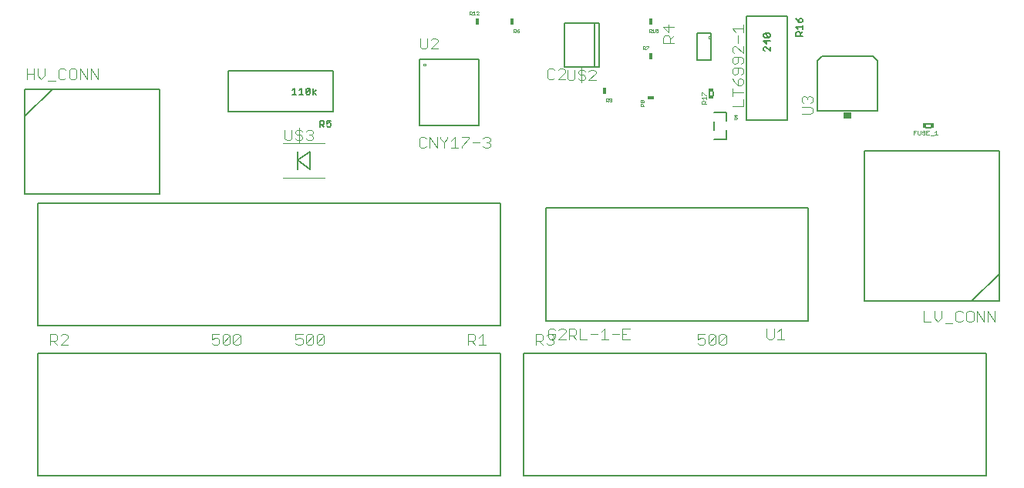
<source format=gto>
G75*
%MOIN*%
%OFA0B0*%
%FSLAX24Y24*%
%IPPOS*%
%LPD*%
%AMOC8*
5,1,8,0,0,1.08239X$1,22.5*
%
%ADD10C,0.0050*%
%ADD11C,0.0040*%
%ADD12C,0.0080*%
%ADD13R,0.0340X0.0300*%
%ADD14C,0.0010*%
%ADD15C,0.0060*%
%ADD16C,0.0020*%
%ADD17R,0.0236X0.0118*%
%ADD18R,0.0118X0.0236*%
%ADD19R,0.0180X0.0300*%
%ADD20R,0.0300X0.0180*%
D10*
X000800Y002945D02*
X020800Y002945D01*
X020800Y008255D01*
X000800Y008255D01*
X000800Y002945D01*
X000800Y009445D02*
X020800Y009445D01*
X020800Y014755D01*
X000800Y014755D01*
X000800Y009445D01*
X000241Y015155D02*
X006068Y015155D01*
X006068Y019683D01*
X001422Y019683D01*
X000241Y018502D01*
X000241Y015155D01*
X000241Y018502D02*
X000241Y019683D01*
X001422Y019683D01*
X011796Y019635D02*
X011886Y019725D01*
X011886Y019455D01*
X011796Y019455D02*
X011976Y019455D01*
X012090Y019455D02*
X012270Y019455D01*
X012180Y019455D02*
X012180Y019725D01*
X012090Y019635D01*
X012385Y019680D02*
X012385Y019500D01*
X012565Y019680D01*
X012565Y019500D01*
X012520Y019455D01*
X012430Y019455D01*
X012385Y019500D01*
X012385Y019680D02*
X012430Y019725D01*
X012520Y019725D01*
X012565Y019680D01*
X012679Y019725D02*
X012679Y019455D01*
X012679Y019545D02*
X012815Y019635D01*
X012679Y019545D02*
X012815Y019455D01*
X012986Y018325D02*
X013121Y018325D01*
X013166Y018280D01*
X013166Y018190D01*
X013121Y018145D01*
X012986Y018145D01*
X013076Y018145D02*
X013166Y018055D01*
X013280Y018100D02*
X013325Y018055D01*
X013415Y018055D01*
X013461Y018100D01*
X013461Y018190D01*
X013415Y018235D01*
X013370Y018235D01*
X013280Y018190D01*
X013280Y018325D01*
X013461Y018325D01*
X012986Y018325D02*
X012986Y018055D01*
X017300Y018100D02*
X017300Y020974D01*
X019859Y020974D01*
X019859Y018100D01*
X017300Y018100D01*
X022772Y014561D02*
X022772Y009639D01*
X034111Y009639D01*
X034111Y014561D01*
X022772Y014561D01*
X030024Y017509D02*
X030576Y017509D01*
X030576Y017900D01*
X030576Y018300D02*
X030576Y018690D01*
X030024Y018691D01*
X030024Y018280D02*
X030024Y017920D01*
X029891Y020958D02*
X029300Y020958D01*
X029300Y022100D01*
X029891Y022100D01*
X029891Y020958D01*
X032175Y021386D02*
X032220Y021341D01*
X032175Y021386D02*
X032175Y021476D01*
X032220Y021521D01*
X032265Y021521D01*
X032445Y021341D01*
X032445Y021521D01*
X032310Y021636D02*
X032310Y021816D01*
X032445Y021771D02*
X032175Y021771D01*
X032310Y021636D01*
X032400Y021930D02*
X032220Y021930D01*
X032175Y021975D01*
X032175Y022065D01*
X032220Y022111D01*
X032400Y021930D01*
X032445Y021975D01*
X032445Y022065D01*
X032400Y022111D01*
X032220Y022111D01*
X033575Y022126D02*
X033575Y021991D01*
X033845Y021991D01*
X033755Y021991D02*
X033755Y022126D01*
X033710Y022171D01*
X033620Y022171D01*
X033575Y022126D01*
X033665Y022286D02*
X033575Y022376D01*
X033845Y022376D01*
X033845Y022286D02*
X033845Y022466D01*
X033800Y022580D02*
X033845Y022625D01*
X033845Y022715D01*
X033800Y022761D01*
X033755Y022761D01*
X033710Y022715D01*
X033710Y022580D01*
X033800Y022580D01*
X033710Y022580D02*
X033620Y022670D01*
X033575Y022761D01*
X033845Y022171D02*
X033755Y022081D01*
X036532Y017013D02*
X036532Y010517D01*
X041178Y010517D01*
X042359Y011698D01*
X042359Y017013D01*
X036532Y017013D01*
X042359Y011698D02*
X042359Y010517D01*
X041178Y010517D01*
X041800Y008255D02*
X021800Y008255D01*
X021800Y002945D01*
X041800Y002945D01*
X041800Y008255D01*
D11*
X041860Y009620D02*
X041860Y010080D01*
X042167Y009620D01*
X042167Y010080D01*
X041706Y010080D02*
X041706Y009620D01*
X041399Y010080D01*
X041399Y009620D01*
X041246Y009697D02*
X041246Y010004D01*
X041169Y010080D01*
X041016Y010080D01*
X040939Y010004D01*
X040939Y009697D01*
X041016Y009620D01*
X041169Y009620D01*
X041246Y009697D01*
X040785Y009697D02*
X040709Y009620D01*
X040555Y009620D01*
X040478Y009697D01*
X040478Y010004D01*
X040555Y010080D01*
X040709Y010080D01*
X040785Y010004D01*
X040325Y009543D02*
X040018Y009543D01*
X039865Y009773D02*
X039711Y009620D01*
X039558Y009773D01*
X039558Y010080D01*
X039865Y010080D02*
X039865Y009773D01*
X039404Y009620D02*
X039097Y009620D01*
X039097Y010080D01*
X033072Y008864D02*
X032765Y008864D01*
X032919Y008864D02*
X032919Y009324D01*
X032765Y009171D01*
X032612Y009324D02*
X032612Y008941D01*
X032535Y008864D01*
X032381Y008864D01*
X032305Y008941D01*
X032305Y009324D01*
X030548Y009004D02*
X030548Y008697D01*
X030471Y008620D01*
X030318Y008620D01*
X030241Y008697D01*
X030548Y009004D01*
X030471Y009080D01*
X030318Y009080D01*
X030241Y009004D01*
X030241Y008697D01*
X030087Y008697D02*
X030011Y008620D01*
X029857Y008620D01*
X029780Y008697D01*
X030087Y009004D01*
X030087Y008697D01*
X029780Y008697D02*
X029780Y009004D01*
X029857Y009080D01*
X030011Y009080D01*
X030087Y009004D01*
X029627Y009080D02*
X029320Y009080D01*
X029320Y008850D01*
X029473Y008927D01*
X029550Y008927D01*
X029627Y008850D01*
X029627Y008697D01*
X029550Y008620D01*
X029397Y008620D01*
X029320Y008697D01*
X026379Y008864D02*
X026072Y008864D01*
X026072Y009324D01*
X026379Y009324D01*
X026226Y009094D02*
X026072Y009094D01*
X025919Y009094D02*
X025612Y009094D01*
X025458Y008864D02*
X025151Y008864D01*
X025305Y008864D02*
X025305Y009324D01*
X025151Y009171D01*
X024998Y009094D02*
X024691Y009094D01*
X024538Y008864D02*
X024231Y008864D01*
X024231Y009324D01*
X024077Y009248D02*
X024077Y009094D01*
X024000Y009018D01*
X023770Y009018D01*
X023924Y009018D02*
X024077Y008864D01*
X023770Y008864D02*
X023770Y009324D01*
X024000Y009324D01*
X024077Y009248D01*
X023617Y009248D02*
X023540Y009324D01*
X023387Y009324D01*
X023310Y009248D01*
X023156Y009248D02*
X023080Y009324D01*
X022926Y009324D01*
X022849Y009248D01*
X022849Y008941D01*
X022926Y008864D01*
X023080Y008864D01*
X023156Y008941D01*
X023156Y009094D01*
X023003Y009094D01*
X023011Y009080D02*
X022857Y009080D01*
X022780Y009004D01*
X022627Y009004D02*
X022627Y008850D01*
X022550Y008773D01*
X022320Y008773D01*
X022320Y008620D02*
X022320Y009080D01*
X022550Y009080D01*
X022627Y009004D01*
X022473Y008773D02*
X022627Y008620D01*
X022780Y008697D02*
X022857Y008620D01*
X023011Y008620D01*
X023087Y008697D01*
X023087Y008773D01*
X023011Y008850D01*
X022934Y008850D01*
X023011Y008850D02*
X023087Y008927D01*
X023087Y009004D01*
X023011Y009080D01*
X023310Y008864D02*
X023617Y009171D01*
X023617Y009248D01*
X023617Y008864D02*
X023310Y008864D01*
X020167Y008620D02*
X019860Y008620D01*
X020013Y008620D02*
X020013Y009080D01*
X019860Y008927D01*
X019706Y009004D02*
X019706Y008850D01*
X019629Y008773D01*
X019399Y008773D01*
X019399Y008620D02*
X019399Y009080D01*
X019629Y009080D01*
X019706Y009004D01*
X019553Y008773D02*
X019706Y008620D01*
X013167Y008697D02*
X013090Y008620D01*
X012936Y008620D01*
X012860Y008697D01*
X013167Y009004D01*
X013167Y008697D01*
X013167Y009004D02*
X013090Y009080D01*
X012936Y009080D01*
X012860Y009004D01*
X012860Y008697D01*
X012706Y008697D02*
X012629Y008620D01*
X012476Y008620D01*
X012399Y008697D01*
X012706Y009004D01*
X012706Y008697D01*
X012706Y009004D02*
X012629Y009080D01*
X012476Y009080D01*
X012399Y009004D01*
X012399Y008697D01*
X012246Y008697D02*
X012169Y008620D01*
X012016Y008620D01*
X011939Y008697D01*
X011939Y008850D02*
X012092Y008927D01*
X012169Y008927D01*
X012246Y008850D01*
X012246Y008697D01*
X011939Y008850D02*
X011939Y009080D01*
X012246Y009080D01*
X009548Y009004D02*
X009548Y008697D01*
X009471Y008620D01*
X009318Y008620D01*
X009241Y008697D01*
X009548Y009004D01*
X009471Y009080D01*
X009318Y009080D01*
X009241Y009004D01*
X009241Y008697D01*
X009087Y008697D02*
X009011Y008620D01*
X008857Y008620D01*
X008780Y008697D01*
X009087Y009004D01*
X009087Y008697D01*
X008780Y008697D02*
X008780Y009004D01*
X008857Y009080D01*
X009011Y009080D01*
X009087Y009004D01*
X008627Y009080D02*
X008320Y009080D01*
X008320Y008850D01*
X008473Y008927D01*
X008550Y008927D01*
X008627Y008850D01*
X008627Y008697D01*
X008550Y008620D01*
X008397Y008620D01*
X008320Y008697D01*
X002087Y008620D02*
X001780Y008620D01*
X002087Y008927D01*
X002087Y009004D01*
X002011Y009080D01*
X001857Y009080D01*
X001780Y009004D01*
X001627Y009004D02*
X001627Y008850D01*
X001550Y008773D01*
X001320Y008773D01*
X001320Y008620D02*
X001320Y009080D01*
X001550Y009080D01*
X001627Y009004D01*
X001473Y008773D02*
X001627Y008620D01*
X011410Y015850D02*
X013190Y015850D01*
X013190Y017350D02*
X011410Y017350D01*
X011547Y017470D02*
X011470Y017547D01*
X011470Y017930D01*
X011777Y017930D02*
X011777Y017547D01*
X011700Y017470D01*
X011547Y017470D01*
X011930Y017547D02*
X012007Y017470D01*
X012161Y017470D01*
X012237Y017547D01*
X012237Y017623D01*
X012161Y017700D01*
X012007Y017700D01*
X011930Y017777D01*
X011930Y017854D01*
X012007Y017930D01*
X012161Y017930D01*
X012237Y017854D01*
X012391Y017854D02*
X012468Y017930D01*
X012621Y017930D01*
X012698Y017854D01*
X012698Y017777D01*
X012621Y017700D01*
X012698Y017623D01*
X012698Y017547D01*
X012621Y017470D01*
X012468Y017470D01*
X012391Y017547D01*
X012544Y017700D02*
X012621Y017700D01*
X012084Y018007D02*
X012084Y017393D01*
X017281Y017535D02*
X017281Y017228D01*
X017357Y017151D01*
X017511Y017151D01*
X017588Y017228D01*
X017741Y017151D02*
X017741Y017612D01*
X018048Y017151D01*
X018048Y017612D01*
X018201Y017612D02*
X018201Y017535D01*
X018355Y017382D01*
X018355Y017151D01*
X018355Y017382D02*
X018508Y017535D01*
X018508Y017612D01*
X018662Y017458D02*
X018815Y017612D01*
X018815Y017151D01*
X018662Y017151D02*
X018969Y017151D01*
X019122Y017151D02*
X019122Y017228D01*
X019429Y017535D01*
X019429Y017612D01*
X019122Y017612D01*
X019583Y017382D02*
X019890Y017382D01*
X020043Y017535D02*
X020120Y017612D01*
X020273Y017612D01*
X020350Y017535D01*
X020350Y017458D01*
X020273Y017382D01*
X020350Y017305D01*
X020350Y017228D01*
X020273Y017151D01*
X020120Y017151D01*
X020043Y017228D01*
X020196Y017382D02*
X020273Y017382D01*
X017588Y017535D02*
X017511Y017612D01*
X017357Y017612D01*
X017281Y017535D01*
X017477Y020718D02*
X017554Y020718D01*
X017554Y020795D01*
X017477Y020795D01*
X017477Y020718D01*
X017550Y021439D02*
X017397Y021439D01*
X017320Y021516D01*
X017320Y021899D01*
X017627Y021899D02*
X017627Y021516D01*
X017550Y021439D01*
X017780Y021439D02*
X018087Y021746D01*
X018087Y021823D01*
X018011Y021899D01*
X017857Y021899D01*
X017780Y021823D01*
X017780Y021439D02*
X018087Y021439D01*
X022820Y020504D02*
X022820Y020197D01*
X022897Y020120D01*
X023050Y020120D01*
X023127Y020197D01*
X023280Y020120D02*
X023587Y020427D01*
X023587Y020504D01*
X023511Y020580D01*
X023357Y020580D01*
X023280Y020504D01*
X023127Y020504D02*
X023050Y020580D01*
X022897Y020580D01*
X022820Y020504D01*
X023280Y020120D02*
X023587Y020120D01*
X023689Y020147D02*
X023766Y020070D01*
X023919Y020070D01*
X023996Y020147D01*
X023996Y020530D01*
X024149Y020454D02*
X024226Y020530D01*
X024379Y020530D01*
X024456Y020454D01*
X024610Y020454D02*
X024686Y020530D01*
X024840Y020530D01*
X024917Y020454D01*
X024917Y020377D01*
X024610Y020070D01*
X024917Y020070D01*
X024456Y020147D02*
X024456Y020223D01*
X024379Y020300D01*
X024226Y020300D01*
X024149Y020377D01*
X024149Y020454D01*
X024303Y020607D02*
X024303Y019993D01*
X024379Y020070D02*
X024456Y020147D01*
X024379Y020070D02*
X024226Y020070D01*
X024149Y020147D01*
X023689Y020147D02*
X023689Y020530D01*
X027820Y021699D02*
X027820Y021929D01*
X027896Y022006D01*
X028050Y022006D01*
X028127Y021929D01*
X028127Y021699D01*
X028280Y021699D02*
X027820Y021699D01*
X028127Y021853D02*
X028280Y022006D01*
X028050Y022160D02*
X028050Y022467D01*
X028280Y022390D02*
X027820Y022390D01*
X028050Y022160D01*
X029782Y021967D02*
X029859Y021967D01*
X029859Y021890D01*
X029782Y021890D01*
X029782Y021967D01*
X030820Y022313D02*
X030973Y022160D01*
X031050Y022006D02*
X031050Y021699D01*
X030973Y021546D02*
X030896Y021546D01*
X030820Y021469D01*
X030820Y021316D01*
X030896Y021239D01*
X030896Y021085D02*
X030820Y021009D01*
X030820Y020855D01*
X030896Y020778D01*
X030973Y020778D01*
X031050Y020855D01*
X031050Y021085D01*
X031203Y021085D02*
X030896Y021085D01*
X031203Y021085D02*
X031280Y021009D01*
X031280Y020855D01*
X031203Y020778D01*
X031203Y020625D02*
X030896Y020625D01*
X030820Y020548D01*
X030820Y020395D01*
X030896Y020318D01*
X030973Y020318D01*
X031050Y020395D01*
X031050Y020625D01*
X031203Y020625D02*
X031280Y020548D01*
X031280Y020395D01*
X031203Y020318D01*
X031203Y020165D02*
X031127Y020165D01*
X031050Y020088D01*
X031050Y019858D01*
X031203Y019858D01*
X031280Y019934D01*
X031280Y020088D01*
X031203Y020165D01*
X030896Y020011D02*
X031050Y019858D01*
X030896Y020011D02*
X030820Y020165D01*
X030820Y019704D02*
X030820Y019397D01*
X030820Y019551D02*
X031280Y019551D01*
X031280Y019244D02*
X031280Y018937D01*
X030820Y018937D01*
X033820Y018927D02*
X034203Y018927D01*
X034280Y018850D01*
X034280Y018697D01*
X034203Y018620D01*
X033820Y018620D01*
X033896Y019080D02*
X033820Y019157D01*
X033820Y019311D01*
X033896Y019387D01*
X033973Y019387D01*
X034050Y019311D01*
X034127Y019387D01*
X034203Y019387D01*
X034280Y019311D01*
X034280Y019157D01*
X034203Y019080D01*
X034050Y019234D02*
X034050Y019311D01*
X031280Y021239D02*
X030973Y021546D01*
X031280Y021546D02*
X031280Y021239D01*
X031280Y022160D02*
X031280Y022467D01*
X031280Y022313D02*
X030820Y022313D01*
X003389Y020580D02*
X003389Y020120D01*
X003082Y020580D01*
X003082Y020120D01*
X002929Y020120D02*
X002929Y020580D01*
X002622Y020580D02*
X002929Y020120D01*
X002622Y020120D02*
X002622Y020580D01*
X002468Y020504D02*
X002392Y020580D01*
X002238Y020580D01*
X002162Y020504D01*
X002162Y020197D01*
X002238Y020120D01*
X002392Y020120D01*
X002468Y020197D01*
X002468Y020504D01*
X002008Y020504D02*
X001931Y020580D01*
X001778Y020580D01*
X001701Y020504D01*
X001701Y020197D01*
X001778Y020120D01*
X001931Y020120D01*
X002008Y020197D01*
X001548Y020043D02*
X001241Y020043D01*
X001087Y020273D02*
X001087Y020580D01*
X000780Y020580D02*
X000780Y020273D01*
X000934Y020120D01*
X001087Y020273D01*
X000627Y020350D02*
X000320Y020350D01*
X000320Y020120D02*
X000320Y020580D01*
X000627Y020580D02*
X000627Y020120D01*
D12*
X009036Y020486D02*
X009036Y018714D01*
X013564Y018714D01*
X013564Y020486D01*
X009036Y020486D01*
X012013Y016994D02*
X012013Y016206D01*
X012013Y016600D02*
X012553Y016206D01*
X012553Y016994D01*
X012013Y016600D01*
X023552Y020655D02*
X023552Y022545D01*
X024851Y022545D01*
X024851Y020655D01*
X023552Y020655D01*
X024851Y020655D02*
X025048Y020655D01*
X025048Y022545D01*
X024851Y022545D01*
X031414Y022864D02*
X031414Y018336D01*
X033186Y018336D01*
X033186Y022864D01*
X031414Y022864D01*
X034511Y020909D02*
X034707Y021106D01*
X036893Y021106D01*
X037089Y020909D01*
X037089Y018754D01*
X034511Y018754D01*
X034511Y020909D01*
D13*
X035800Y018560D03*
D14*
X031015Y018550D02*
X030905Y018550D01*
X030960Y018495D01*
X030960Y018568D01*
X030997Y018457D02*
X030905Y018457D01*
X030905Y018384D02*
X030997Y018384D01*
X031015Y018402D01*
X031015Y018439D01*
X030997Y018457D01*
X026995Y018955D02*
X026845Y018955D01*
X026845Y019030D01*
X026870Y019055D01*
X026920Y019055D01*
X026945Y019030D01*
X026945Y018955D01*
X026945Y019005D02*
X026995Y019055D01*
X026970Y019102D02*
X026995Y019127D01*
X026995Y019177D01*
X026970Y019202D01*
X026870Y019202D01*
X026845Y019177D01*
X026845Y019127D01*
X026870Y019102D01*
X026895Y019102D01*
X026920Y019127D01*
X026920Y019202D01*
X025608Y019195D02*
X025608Y019170D01*
X025583Y019145D01*
X025533Y019145D01*
X025508Y019170D01*
X025508Y019195D01*
X025533Y019220D01*
X025583Y019220D01*
X025608Y019195D01*
X025583Y019220D02*
X025608Y019245D01*
X025608Y019270D01*
X025583Y019295D01*
X025533Y019295D01*
X025508Y019270D01*
X025508Y019245D01*
X025533Y019220D01*
X025460Y019220D02*
X025435Y019195D01*
X025360Y019195D01*
X025360Y019145D02*
X025360Y019295D01*
X025435Y019295D01*
X025460Y019270D01*
X025460Y019220D01*
X025410Y019195D02*
X025460Y019145D01*
X026955Y021405D02*
X026955Y021555D01*
X027030Y021555D01*
X027055Y021530D01*
X027055Y021480D01*
X027030Y021455D01*
X026955Y021455D01*
X027005Y021455D02*
X027055Y021405D01*
X027102Y021405D02*
X027102Y021430D01*
X027202Y021530D01*
X027202Y021555D01*
X027102Y021555D01*
X027213Y022145D02*
X027213Y022295D01*
X027288Y022295D01*
X027313Y022270D01*
X027313Y022220D01*
X027288Y022195D01*
X027213Y022195D01*
X027263Y022195D02*
X027313Y022145D01*
X027360Y022145D02*
X027460Y022145D01*
X027410Y022145D02*
X027410Y022295D01*
X027360Y022245D01*
X027508Y022270D02*
X027533Y022295D01*
X027583Y022295D01*
X027608Y022270D01*
X027508Y022170D01*
X027533Y022145D01*
X027583Y022145D01*
X027608Y022170D01*
X027608Y022270D01*
X027508Y022270D02*
X027508Y022170D01*
X021608Y022170D02*
X021608Y022195D01*
X021583Y022220D01*
X021508Y022220D01*
X021508Y022170D01*
X021533Y022145D01*
X021583Y022145D01*
X021608Y022170D01*
X021558Y022270D02*
X021508Y022220D01*
X021460Y022220D02*
X021435Y022195D01*
X021360Y022195D01*
X021360Y022145D02*
X021360Y022295D01*
X021435Y022295D01*
X021460Y022270D01*
X021460Y022220D01*
X021410Y022195D02*
X021460Y022145D01*
X021558Y022270D02*
X021608Y022295D01*
X019850Y022905D02*
X019750Y022905D01*
X019850Y023005D01*
X019850Y023030D01*
X019825Y023055D01*
X019775Y023055D01*
X019750Y023030D01*
X019652Y023055D02*
X019652Y022905D01*
X019602Y022905D02*
X019702Y022905D01*
X019602Y023005D02*
X019652Y023055D01*
X019555Y023030D02*
X019555Y022980D01*
X019530Y022955D01*
X019455Y022955D01*
X019455Y022905D02*
X019455Y023055D01*
X019530Y023055D01*
X019555Y023030D01*
X019505Y022955D02*
X019555Y022905D01*
D15*
X029812Y019596D02*
X029812Y019404D01*
X029988Y019404D02*
X029988Y019596D01*
X039204Y018188D02*
X039396Y018188D01*
X039396Y018012D02*
X039204Y018012D01*
D16*
X039208Y017890D02*
X039208Y017710D01*
X039328Y017710D01*
X039392Y017680D02*
X039512Y017680D01*
X039576Y017710D02*
X039696Y017710D01*
X039636Y017710D02*
X039636Y017890D01*
X039576Y017830D01*
X039328Y017890D02*
X039208Y017890D01*
X039143Y017860D02*
X039113Y017890D01*
X039053Y017890D01*
X039023Y017860D01*
X039023Y017830D01*
X039053Y017800D01*
X039113Y017800D01*
X039143Y017770D01*
X039143Y017740D01*
X039113Y017710D01*
X039053Y017710D01*
X039023Y017740D01*
X038959Y017740D02*
X038959Y017890D01*
X038839Y017890D02*
X038839Y017740D01*
X038869Y017710D01*
X038929Y017710D01*
X038959Y017740D01*
X038775Y017890D02*
X038655Y017890D01*
X038655Y017710D01*
X038655Y017800D02*
X038715Y017800D01*
X039208Y017800D02*
X039268Y017800D01*
X029690Y019060D02*
X029510Y019060D01*
X029510Y019150D01*
X029540Y019180D01*
X029600Y019180D01*
X029630Y019150D01*
X029630Y019060D01*
X029630Y019120D02*
X029690Y019180D01*
X029690Y019244D02*
X029690Y019364D01*
X029690Y019304D02*
X029510Y019304D01*
X029570Y019244D01*
X029510Y019428D02*
X029510Y019548D01*
X029540Y019548D01*
X029660Y019428D01*
X029690Y019428D01*
D17*
X029902Y019341D03*
X029902Y019661D03*
D18*
X039139Y018102D03*
X039459Y018102D03*
D19*
X027300Y021100D03*
X027300Y022600D03*
X025300Y019600D03*
X021300Y022600D03*
X019800Y022600D03*
D20*
X027300Y019300D03*
M02*

</source>
